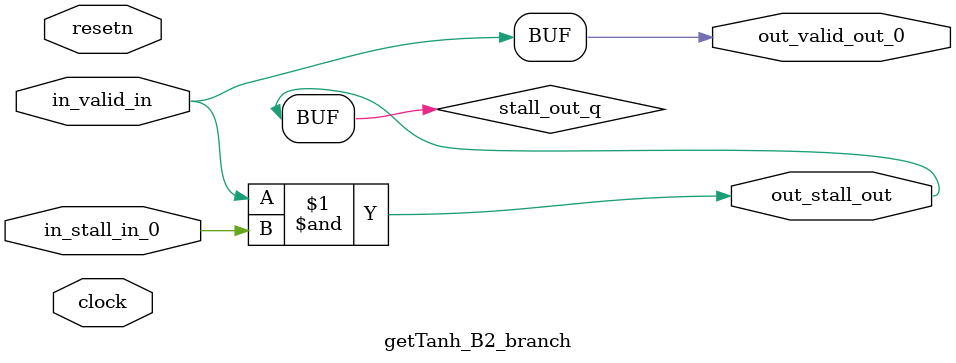
<source format=sv>



(* altera_attribute = "-name AUTO_SHIFT_REGISTER_RECOGNITION OFF; -name MESSAGE_DISABLE 10036; -name MESSAGE_DISABLE 10037; -name MESSAGE_DISABLE 14130; -name MESSAGE_DISABLE 14320; -name MESSAGE_DISABLE 15400; -name MESSAGE_DISABLE 14130; -name MESSAGE_DISABLE 10036; -name MESSAGE_DISABLE 12020; -name MESSAGE_DISABLE 12030; -name MESSAGE_DISABLE 12010; -name MESSAGE_DISABLE 12110; -name MESSAGE_DISABLE 14320; -name MESSAGE_DISABLE 13410; -name MESSAGE_DISABLE 113007; -name MESSAGE_DISABLE 10958" *)
module getTanh_B2_branch (
    input wire [0:0] in_stall_in_0,
    input wire [0:0] in_valid_in,
    output wire [0:0] out_stall_out,
    output wire [0:0] out_valid_out_0,
    input wire clock,
    input wire resetn
    );

    wire [0:0] stall_out_q;


    // stall_out(LOGICAL,6)
    assign stall_out_q = in_valid_in & in_stall_in_0;

    // out_stall_out(GPOUT,4)
    assign out_stall_out = stall_out_q;

    // out_valid_out_0(GPOUT,5)
    assign out_valid_out_0 = in_valid_in;

endmodule

</source>
